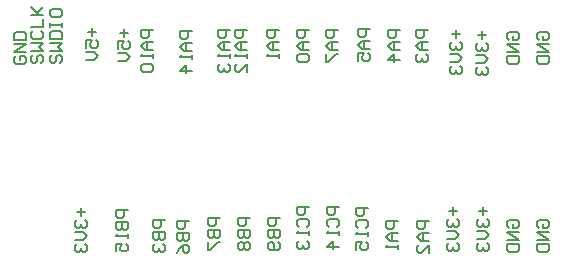
<source format=gbr>
%TF.GenerationSoftware,Altium Limited,Altium Designer,25.4.2 (15)*%
G04 Layer_Color=32896*
%FSLAX45Y45*%
%MOMM*%
%TF.SameCoordinates,D428E1E4-D561-4EBD-83AA-0298DF20FA0A*%
%TF.FilePolarity,Positive*%
%TF.FileFunction,Legend,Bot*%
%TF.Part,Single*%
G01*
G75*
%TA.AperFunction,NonConductor*%
%ADD52C,0.15240*%
D52*
X-1471479Y717951D02*
X-1488407Y701023D01*
Y667168D01*
X-1471479Y650240D01*
X-1454551D01*
X-1437623Y667168D01*
Y701023D01*
X-1420696Y717951D01*
X-1403768D01*
X-1386840Y701023D01*
Y667168D01*
X-1403768Y650240D01*
X-1488407Y751807D02*
X-1386840D01*
X-1420696Y785663D01*
X-1386840Y819519D01*
X-1488407D01*
X-1471479Y921086D02*
X-1488407Y904158D01*
Y870302D01*
X-1471479Y853374D01*
X-1403768D01*
X-1386840Y870302D01*
Y904158D01*
X-1403768Y921086D01*
X-1488407Y954942D02*
X-1386840D01*
Y1022653D01*
X-1488407Y1056509D02*
X-1386840D01*
X-1420696D01*
X-1488407Y1124220D01*
X-1437623Y1073437D01*
X-1386840Y1124220D01*
X-1313999Y723031D02*
X-1330927Y706103D01*
Y672248D01*
X-1313999Y655320D01*
X-1297071D01*
X-1280143Y672248D01*
Y706103D01*
X-1263216Y723031D01*
X-1246288D01*
X-1229360Y706103D01*
Y672248D01*
X-1246288Y655320D01*
X-1330927Y756887D02*
X-1229360D01*
X-1263216Y790743D01*
X-1229360Y824599D01*
X-1330927D01*
Y858454D02*
X-1229360D01*
Y909238D01*
X-1246288Y926166D01*
X-1313999D01*
X-1330927Y909238D01*
Y858454D01*
Y960022D02*
Y993877D01*
Y976950D01*
X-1229360D01*
Y960022D01*
Y993877D01*
X-1330927Y1095445D02*
Y1061589D01*
X-1313999Y1044661D01*
X-1246288D01*
X-1229360Y1061589D01*
Y1095445D01*
X-1246288Y1112372D01*
X-1313999D01*
X-1330927Y1095445D01*
X-1616260Y712872D02*
X-1633187Y695944D01*
Y662088D01*
X-1616260Y645160D01*
X-1548548D01*
X-1531620Y662088D01*
Y695944D01*
X-1548548Y712872D01*
X-1582404D01*
Y679016D01*
X-1531620Y746727D02*
X-1633187D01*
X-1531620Y814439D01*
X-1633187D01*
Y848295D02*
X-1531620D01*
Y899078D01*
X-1548548Y916006D01*
X-1616260D01*
X-1633187Y899078D01*
Y848295D01*
X2810961Y-745891D02*
X2794033Y-728963D01*
Y-695108D01*
X2810961Y-678180D01*
X2878672D01*
X2895600Y-695108D01*
Y-728963D01*
X2878672Y-745891D01*
X2844817D01*
Y-712036D01*
X2895600Y-779747D02*
X2794033D01*
X2895600Y-847459D01*
X2794033D01*
Y-881314D02*
X2895600D01*
Y-932098D01*
X2878672Y-949026D01*
X2810961D01*
X2794033Y-932098D01*
Y-881314D01*
X-1066783Y-576580D02*
Y-644291D01*
X-1100639Y-610436D02*
X-1032928D01*
X-1100639Y-678147D02*
X-1117567Y-695075D01*
Y-728931D01*
X-1100639Y-745859D01*
X-1083711D01*
X-1066783Y-728931D01*
Y-712003D01*
Y-728931D01*
X-1049856Y-745859D01*
X-1032928D01*
X-1016000Y-728931D01*
Y-695075D01*
X-1032928Y-678147D01*
X-1117567Y-779714D02*
X-1049856D01*
X-1016000Y-813570D01*
X-1049856Y-847426D01*
X-1117567D01*
X-1100639Y-881282D02*
X-1117567Y-898210D01*
Y-932065D01*
X-1100639Y-948993D01*
X-1083711D01*
X-1066783Y-932065D01*
Y-915137D01*
Y-932065D01*
X-1049856Y-948993D01*
X-1032928D01*
X-1016000Y-932065D01*
Y-898210D01*
X-1032928Y-881282D01*
X-668020Y-589280D02*
X-769587D01*
Y-640063D01*
X-752660Y-656991D01*
X-718804D01*
X-701876Y-640063D01*
Y-589280D01*
X-769587Y-690847D02*
X-668020D01*
Y-741630D01*
X-684948Y-758558D01*
X-701876D01*
X-718804Y-741630D01*
Y-690847D01*
Y-741630D01*
X-735732Y-758558D01*
X-752660D01*
X-769587Y-741630D01*
Y-690847D01*
X-668020Y-792414D02*
Y-826270D01*
Y-809342D01*
X-769587D01*
X-752660Y-792414D01*
X-769587Y-944765D02*
Y-877054D01*
X-718804D01*
X-735732Y-910909D01*
Y-927837D01*
X-718804Y-944765D01*
X-684948D01*
X-668020Y-927837D01*
Y-893981D01*
X-684948Y-877054D01*
X-360680Y-675640D02*
X-462247D01*
Y-726423D01*
X-445320Y-743351D01*
X-411464D01*
X-394536Y-726423D01*
Y-675640D01*
X-462247Y-777207D02*
X-360680D01*
Y-827990D01*
X-377608Y-844918D01*
X-394536D01*
X-411464Y-827990D01*
Y-777207D01*
Y-827990D01*
X-428392Y-844918D01*
X-445320D01*
X-462247Y-827990D01*
Y-777207D01*
X-445320Y-878774D02*
X-462247Y-895702D01*
Y-929558D01*
X-445320Y-946486D01*
X-428392D01*
X-411464Y-929558D01*
Y-912630D01*
Y-929558D01*
X-394536Y-946486D01*
X-377608D01*
X-360680Y-929558D01*
Y-895702D01*
X-377608Y-878774D01*
X-154940Y-685800D02*
X-256507D01*
Y-736583D01*
X-239579Y-753511D01*
X-205723D01*
X-188796Y-736583D01*
Y-685800D01*
X-256507Y-787367D02*
X-154940D01*
Y-838151D01*
X-171868Y-855079D01*
X-188796D01*
X-205723Y-838151D01*
Y-787367D01*
Y-838151D01*
X-222651Y-855079D01*
X-239579D01*
X-256507Y-838151D01*
Y-787367D01*
Y-956646D02*
X-239579Y-922790D01*
X-205723Y-888934D01*
X-171868D01*
X-154940Y-905862D01*
Y-939718D01*
X-171868Y-956646D01*
X-188796D01*
X-205723Y-939718D01*
Y-888934D01*
X111760Y-657860D02*
X10193D01*
Y-708643D01*
X27121Y-725571D01*
X60977D01*
X77904Y-708643D01*
Y-657860D01*
X10193Y-759427D02*
X111760D01*
Y-810211D01*
X94832Y-827139D01*
X77904D01*
X60977Y-810211D01*
Y-759427D01*
Y-810211D01*
X44049Y-827139D01*
X27121D01*
X10193Y-810211D01*
Y-759427D01*
Y-860994D02*
Y-928706D01*
X27121D01*
X94832Y-860994D01*
X111760D01*
X360680Y-660400D02*
X259113D01*
Y-711183D01*
X276041Y-728111D01*
X309897D01*
X326824Y-711183D01*
Y-660400D01*
X259113Y-761967D02*
X360680D01*
Y-812751D01*
X343752Y-829679D01*
X326824D01*
X309897Y-812751D01*
Y-761967D01*
Y-812751D01*
X292969Y-829679D01*
X276041D01*
X259113Y-812751D01*
Y-761967D01*
X276041Y-863534D02*
X259113Y-880462D01*
Y-914318D01*
X276041Y-931246D01*
X292969D01*
X309897Y-914318D01*
X326824Y-931246D01*
X343752D01*
X360680Y-914318D01*
Y-880462D01*
X343752Y-863534D01*
X326824D01*
X309897Y-880462D01*
X292969Y-863534D01*
X276041D01*
X309897Y-880462D02*
Y-914318D01*
X619760Y-660400D02*
X518193D01*
Y-711183D01*
X535121Y-728111D01*
X568977D01*
X585904Y-711183D01*
Y-660400D01*
X518193Y-761967D02*
X619760D01*
Y-812751D01*
X602832Y-829679D01*
X585904D01*
X568977Y-812751D01*
Y-761967D01*
Y-812751D01*
X552049Y-829679D01*
X535121D01*
X518193Y-812751D01*
Y-761967D01*
X602832Y-863534D02*
X619760Y-880462D01*
Y-914318D01*
X602832Y-931246D01*
X535121D01*
X518193Y-914318D01*
Y-880462D01*
X535121Y-863534D01*
X552049D01*
X568977Y-880462D01*
Y-931246D01*
X863600Y-571500D02*
X762033D01*
Y-622283D01*
X778960Y-639211D01*
X812816D01*
X829744Y-622283D01*
Y-571500D01*
X778960Y-740778D02*
X762033Y-723850D01*
Y-689995D01*
X778960Y-673067D01*
X846672D01*
X863600Y-689995D01*
Y-723850D01*
X846672Y-740778D01*
X863600Y-774634D02*
Y-808490D01*
Y-791562D01*
X762033D01*
X778960Y-774634D01*
Y-859274D02*
X762033Y-876201D01*
Y-910057D01*
X778960Y-926985D01*
X795888D01*
X812816Y-910057D01*
Y-893129D01*
Y-910057D01*
X829744Y-926985D01*
X846672D01*
X863600Y-910057D01*
Y-876201D01*
X846672Y-859274D01*
X1112520Y-568960D02*
X1010953D01*
Y-619743D01*
X1027881Y-636671D01*
X1061737D01*
X1078664Y-619743D01*
Y-568960D01*
X1027881Y-738239D02*
X1010953Y-721311D01*
Y-687455D01*
X1027881Y-670527D01*
X1095592D01*
X1112520Y-687455D01*
Y-721311D01*
X1095592Y-738239D01*
X1112520Y-772094D02*
Y-805950D01*
Y-789022D01*
X1010953D01*
X1027881Y-772094D01*
X1112520Y-907517D02*
X1010953D01*
X1061737Y-856734D01*
Y-924445D01*
X1363980Y-574040D02*
X1262413D01*
Y-624823D01*
X1279340Y-641751D01*
X1313196D01*
X1330124Y-624823D01*
Y-574040D01*
X1279340Y-743318D02*
X1262413Y-726390D01*
Y-692535D01*
X1279340Y-675607D01*
X1347052D01*
X1363980Y-692535D01*
Y-726390D01*
X1347052Y-743318D01*
X1363980Y-777174D02*
Y-811030D01*
Y-794102D01*
X1262413D01*
X1279340Y-777174D01*
X1262413Y-929525D02*
Y-861814D01*
X1313196D01*
X1296268Y-895669D01*
Y-912597D01*
X1313196Y-929525D01*
X1347052D01*
X1363980Y-912597D01*
Y-878741D01*
X1347052Y-861814D01*
X1612900Y-685800D02*
X1511333D01*
Y-736583D01*
X1528261Y-753511D01*
X1562117D01*
X1579044Y-736583D01*
Y-685800D01*
X1612900Y-787367D02*
X1545189D01*
X1511333Y-821223D01*
X1545189Y-855079D01*
X1612900D01*
X1562117D01*
Y-787367D01*
X1612900Y-888934D02*
Y-922790D01*
Y-905862D01*
X1511333D01*
X1528261Y-888934D01*
X1874520Y-683260D02*
X1772953D01*
Y-734043D01*
X1789880Y-750971D01*
X1823736D01*
X1840664Y-734043D01*
Y-683260D01*
X1874520Y-784827D02*
X1806808D01*
X1772953Y-818683D01*
X1806808Y-852538D01*
X1874520D01*
X1823736D01*
Y-784827D01*
X1874520Y-954106D02*
Y-886394D01*
X1806808Y-954106D01*
X1789880D01*
X1772953Y-937178D01*
Y-903322D01*
X1789880Y-886394D01*
X2080277Y-568960D02*
Y-636671D01*
X2046421Y-602816D02*
X2114132D01*
X2046421Y-670527D02*
X2029493Y-687455D01*
Y-721311D01*
X2046421Y-738239D01*
X2063349D01*
X2080277Y-721311D01*
Y-704383D01*
Y-721311D01*
X2097204Y-738239D01*
X2114132D01*
X2131060Y-721311D01*
Y-687455D01*
X2114132Y-670527D01*
X2029493Y-772094D02*
X2097204D01*
X2131060Y-805950D01*
X2097204Y-839806D01*
X2029493D01*
X2046421Y-873662D02*
X2029493Y-890590D01*
Y-924445D01*
X2046421Y-941373D01*
X2063349D01*
X2080277Y-924445D01*
Y-907517D01*
Y-924445D01*
X2097204Y-941373D01*
X2114132D01*
X2131060Y-924445D01*
Y-890590D01*
X2114132Y-873662D01*
X2334277Y-568960D02*
Y-636671D01*
X2300421Y-602816D02*
X2368132D01*
X2300421Y-670527D02*
X2283493Y-687455D01*
Y-721311D01*
X2300421Y-738239D01*
X2317349D01*
X2334277Y-721311D01*
Y-704383D01*
Y-721311D01*
X2351204Y-738239D01*
X2368132D01*
X2385060Y-721311D01*
Y-687455D01*
X2368132Y-670527D01*
X2283493Y-772094D02*
X2351204D01*
X2385060Y-805950D01*
X2351204Y-839806D01*
X2283493D01*
X2300421Y-873662D02*
X2283493Y-890590D01*
Y-924445D01*
X2300421Y-941373D01*
X2317349D01*
X2334277Y-924445D01*
Y-907517D01*
Y-924445D01*
X2351204Y-941373D01*
X2368132D01*
X2385060Y-924445D01*
Y-890590D01*
X2368132Y-873662D01*
X2551881Y-748431D02*
X2534953Y-731503D01*
Y-697648D01*
X2551881Y-680720D01*
X2619592D01*
X2636520Y-697648D01*
Y-731503D01*
X2619592Y-748431D01*
X2585737D01*
Y-714576D01*
X2636520Y-782287D02*
X2534953D01*
X2636520Y-849999D01*
X2534953D01*
Y-883854D02*
X2636520D01*
Y-934638D01*
X2619592Y-951566D01*
X2551881D01*
X2534953Y-934638D01*
Y-883854D01*
X2807238Y844654D02*
X2790310Y861582D01*
Y895438D01*
X2807238Y912365D01*
X2874950D01*
X2891878Y895438D01*
Y861582D01*
X2874950Y844654D01*
X2841094D01*
Y878510D01*
X2891878Y810798D02*
X2790310D01*
X2891878Y743087D01*
X2790310D01*
Y709231D02*
X2891878D01*
Y658448D01*
X2874950Y641520D01*
X2807238D01*
X2790310Y658448D01*
Y709231D01*
X2555778Y847194D02*
X2538850Y864122D01*
Y897978D01*
X2555778Y914905D01*
X2623490D01*
X2640418Y897978D01*
Y864122D01*
X2623490Y847194D01*
X2589634D01*
Y881050D01*
X2640418Y813338D02*
X2538850D01*
X2640418Y745627D01*
X2538850D01*
Y711771D02*
X2640418D01*
Y660988D01*
X2623490Y644060D01*
X2555778D01*
X2538850Y660988D01*
Y711771D01*
X2329197Y922020D02*
Y854309D01*
X2295341Y888164D02*
X2363052D01*
X2295341Y820453D02*
X2278413Y803525D01*
Y769669D01*
X2295341Y752741D01*
X2312269D01*
X2329197Y769669D01*
Y786597D01*
Y769669D01*
X2346124Y752741D01*
X2363052D01*
X2379980Y769669D01*
Y803525D01*
X2363052Y820453D01*
X2278413Y718886D02*
X2346124D01*
X2379980Y685030D01*
X2346124Y651174D01*
X2278413D01*
X2295341Y617318D02*
X2278413Y600390D01*
Y566535D01*
X2295341Y549607D01*
X2312269D01*
X2329197Y566535D01*
Y583463D01*
Y566535D01*
X2346124Y549607D01*
X2363052D01*
X2379980Y566535D01*
Y600390D01*
X2363052Y617318D01*
X2105677Y932180D02*
Y864469D01*
X2071821Y898324D02*
X2139532D01*
X2071821Y830613D02*
X2054893Y813685D01*
Y779829D01*
X2071821Y762901D01*
X2088749D01*
X2105677Y779829D01*
Y796757D01*
Y779829D01*
X2122604Y762901D01*
X2139532D01*
X2156460Y779829D01*
Y813685D01*
X2139532Y830613D01*
X2054893Y729046D02*
X2122604D01*
X2156460Y695190D01*
X2122604Y661334D01*
X2054893D01*
X2071821Y627478D02*
X2054893Y610550D01*
Y576695D01*
X2071821Y559767D01*
X2088749D01*
X2105677Y576695D01*
Y593623D01*
Y576695D01*
X2122604Y559767D01*
X2139532D01*
X2156460Y576695D01*
Y610550D01*
X2139532Y627478D01*
X1869440Y934720D02*
X1767873D01*
Y883937D01*
X1784801Y867009D01*
X1818657D01*
X1835584Y883937D01*
Y934720D01*
X1869440Y833153D02*
X1801729D01*
X1767873Y799297D01*
X1801729Y765441D01*
X1869440D01*
X1818657D01*
Y833153D01*
X1784801Y731586D02*
X1767873Y714658D01*
Y680802D01*
X1784801Y663874D01*
X1801729D01*
X1818657Y680802D01*
Y697730D01*
Y680802D01*
X1835584Y663874D01*
X1852512D01*
X1869440Y680802D01*
Y714658D01*
X1852512Y731586D01*
X1633220Y934720D02*
X1531653D01*
Y883937D01*
X1548581Y867009D01*
X1582437D01*
X1599364Y883937D01*
Y934720D01*
X1633220Y833153D02*
X1565509D01*
X1531653Y799297D01*
X1565509Y765441D01*
X1633220D01*
X1582437D01*
Y833153D01*
X1633220Y680802D02*
X1531653D01*
X1582437Y731586D01*
Y663874D01*
X1379220Y937260D02*
X1277653D01*
Y886477D01*
X1294581Y869549D01*
X1328437D01*
X1345364Y886477D01*
Y937260D01*
X1379220Y835693D02*
X1311509D01*
X1277653Y801837D01*
X1311509Y767981D01*
X1379220D01*
X1328437D01*
Y835693D01*
X1277653Y666414D02*
Y734126D01*
X1328437D01*
X1311509Y700270D01*
Y683342D01*
X1328437Y666414D01*
X1362292D01*
X1379220Y683342D01*
Y717198D01*
X1362292Y734126D01*
X1104900Y932180D02*
X1003333D01*
Y881397D01*
X1020261Y864469D01*
X1054117D01*
X1071044Y881397D01*
Y932180D01*
X1104900Y830613D02*
X1037189D01*
X1003333Y796757D01*
X1037189Y762901D01*
X1104900D01*
X1054117D01*
Y830613D01*
X1003333Y729046D02*
Y661334D01*
X1020261D01*
X1087972Y729046D01*
X1104900D01*
X863600Y932180D02*
X762033D01*
Y881397D01*
X778961Y864469D01*
X812817D01*
X829744Y881397D01*
Y932180D01*
X863600Y830613D02*
X795889D01*
X762033Y796757D01*
X795889Y762901D01*
X863600D01*
X812817D01*
Y830613D01*
X778961Y729046D02*
X762033Y712118D01*
Y678262D01*
X778961Y661334D01*
X846672D01*
X863600Y678262D01*
Y712118D01*
X846672Y729046D01*
X778961D01*
X604520Y929640D02*
X502953D01*
Y878857D01*
X519881Y861929D01*
X553737D01*
X570664Y878857D01*
Y929640D01*
X604520Y828073D02*
X536809D01*
X502953Y794217D01*
X536809Y760361D01*
X604520D01*
X553737D01*
Y828073D01*
X604520Y726506D02*
Y692650D01*
Y709578D01*
X502953D01*
X519881Y726506D01*
X340360Y932180D02*
X238793D01*
Y881397D01*
X255721Y864469D01*
X289577D01*
X306504Y881397D01*
Y932180D01*
X340360Y830613D02*
X272649D01*
X238793Y796757D01*
X272649Y762901D01*
X340360D01*
X289577D01*
Y830613D01*
X340360Y729046D02*
Y695190D01*
Y712118D01*
X238793D01*
X255721Y729046D01*
X340360Y576695D02*
Y644406D01*
X272649Y576695D01*
X255721D01*
X238793Y593623D01*
Y627478D01*
X255721Y644406D01*
X193040Y929640D02*
X91473D01*
Y878857D01*
X108401Y861929D01*
X142257D01*
X159184Y878857D01*
Y929640D01*
X193040Y828073D02*
X125329D01*
X91473Y794217D01*
X125329Y760361D01*
X193040D01*
X142257D01*
Y828073D01*
X193040Y726506D02*
Y692650D01*
Y709578D01*
X91473D01*
X108401Y726506D01*
Y641866D02*
X91473Y624938D01*
Y591083D01*
X108401Y574155D01*
X125329D01*
X142257Y591083D01*
Y608010D01*
Y591083D01*
X159184Y574155D01*
X176112D01*
X193040Y591083D01*
Y624938D01*
X176112Y641866D01*
X-127000Y924560D02*
X-228567D01*
Y873777D01*
X-211639Y856849D01*
X-177783D01*
X-160856Y873777D01*
Y924560D01*
X-127000Y822993D02*
X-194711D01*
X-228567Y789137D01*
X-194711Y755281D01*
X-127000D01*
X-177783D01*
Y822993D01*
X-127000Y721426D02*
Y687570D01*
Y704498D01*
X-228567D01*
X-211639Y721426D01*
X-127000Y586003D02*
X-228567D01*
X-177783Y636786D01*
Y569075D01*
X-462280Y929640D02*
X-563847D01*
Y878857D01*
X-546919Y861929D01*
X-513063D01*
X-496136Y878857D01*
Y929640D01*
X-462280Y828073D02*
X-529991D01*
X-563847Y794217D01*
X-529991Y760361D01*
X-462280D01*
X-513063D01*
Y828073D01*
X-462280Y726506D02*
Y692650D01*
Y709578D01*
X-563847D01*
X-546919Y726506D01*
Y641866D02*
X-563847Y624938D01*
Y591083D01*
X-546919Y574155D01*
X-479208D01*
X-462280Y591083D01*
Y624938D01*
X-479208Y641866D01*
X-546919D01*
X-708643Y939800D02*
Y872089D01*
X-742499Y905944D02*
X-674788D01*
X-759427Y770521D02*
Y838233D01*
X-708643D01*
X-725571Y804377D01*
Y787449D01*
X-708643Y770521D01*
X-674788D01*
X-657860Y787449D01*
Y821305D01*
X-674788Y838233D01*
X-759427Y736666D02*
X-691716D01*
X-657860Y702810D01*
X-691716Y668954D01*
X-759427D01*
X-972803Y944880D02*
Y877169D01*
X-1006659Y911024D02*
X-938948D01*
X-1023587Y775601D02*
Y843313D01*
X-972803D01*
X-989731Y809457D01*
Y792529D01*
X-972803Y775601D01*
X-938948D01*
X-922020Y792529D01*
Y826385D01*
X-938948Y843313D01*
X-1023587Y741746D02*
X-955876D01*
X-922020Y707890D01*
X-955876Y674034D01*
X-1023587D01*
%TF.MD5,69a7d6308d4e0200037d0654d1f6dc5c*%
M02*

</source>
